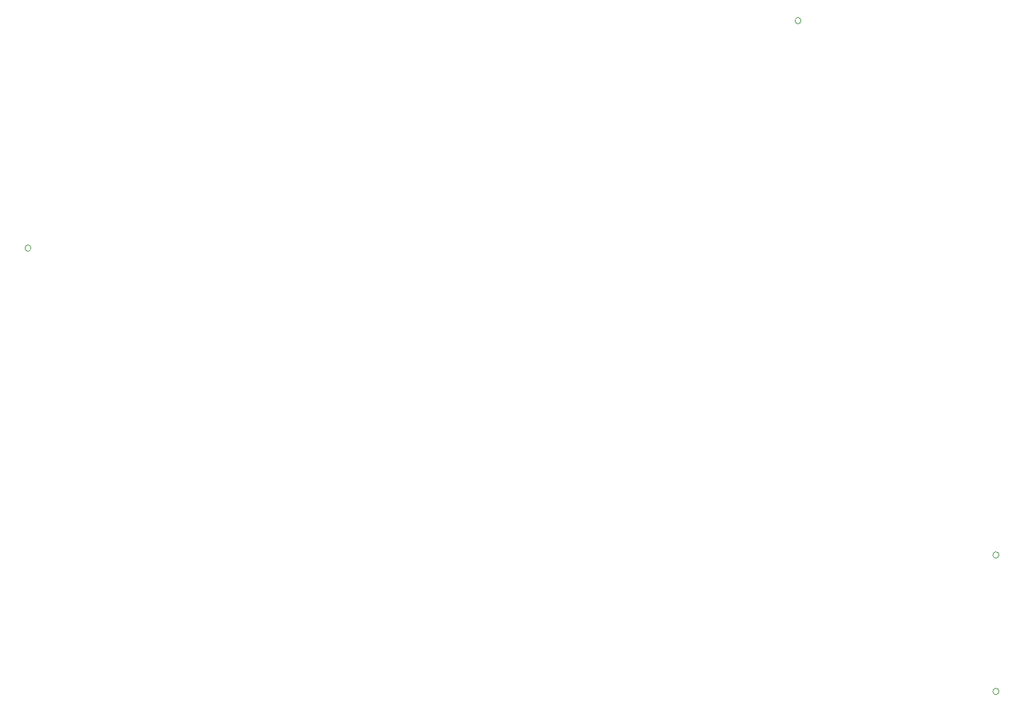
<source format=gbr>
%TF.GenerationSoftware,KiCad,Pcbnew,(5.99.0-10613-g4d227d2d2b)*%
%TF.CreationDate,2021-10-23T21:10:19-07:00*%
%TF.ProjectId,customBoard,63757374-6f6d-4426-9f61-72642e6b6963,0.0.1*%
%TF.SameCoordinates,Original*%
%TF.FileFunction,Legend,Bot*%
%TF.FilePolarity,Positive*%
%FSLAX46Y46*%
G04 Gerber Fmt 4.6, Leading zero omitted, Abs format (unit mm)*
G04 Created by KiCad (PCBNEW (5.99.0-10613-g4d227d2d2b)) date 2021-10-23 21:10:19*
%MOMM*%
%LPD*%
G01*
G04 APERTURE LIST*
%ADD10C,0.120000*%
G04 APERTURE END LIST*
D10*
%TO.C,J9*%
X154664200Y-27432000D02*
G75*
G03*
X154664200Y-27432000I-381000J0D01*
G01*
%TO.C,J2*%
X60181000Y-55375000D02*
G75*
G03*
X60181000Y-55375000I-381000J0D01*
G01*
%TO.C,J7*%
X178943000Y-109833200D02*
G75*
G03*
X178943000Y-109833200I-381000J0D01*
G01*
%TO.C,J8*%
X178943000Y-93069200D02*
G75*
G03*
X178943000Y-93069200I-381000J0D01*
G01*
%TD*%
M02*

</source>
